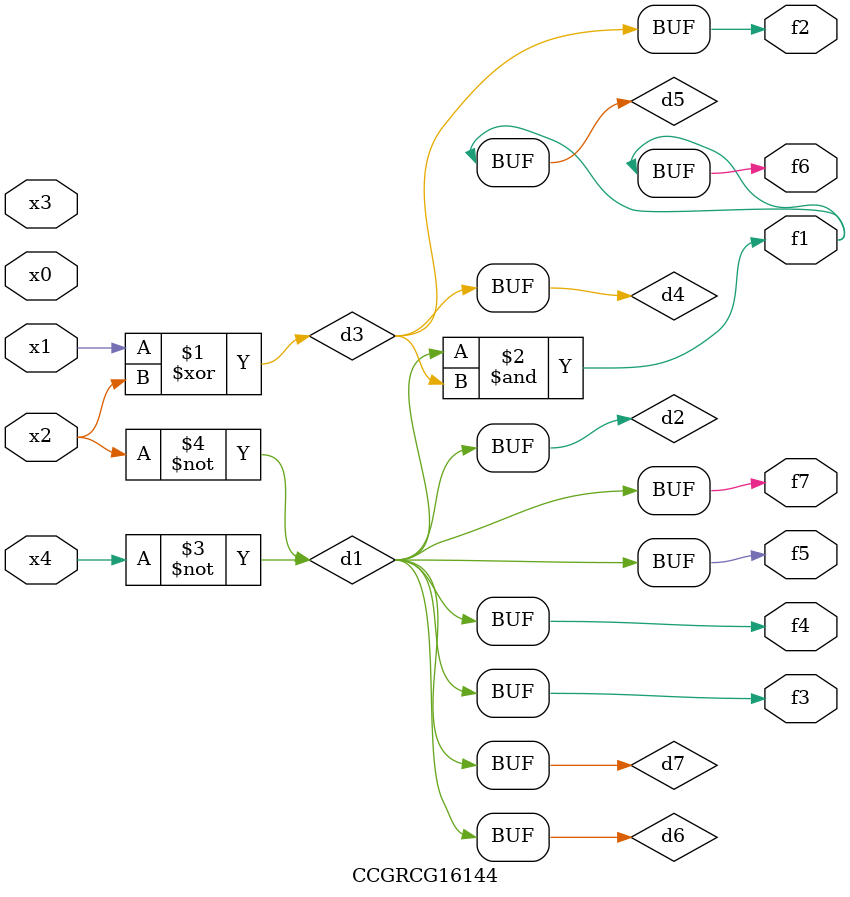
<source format=v>
module CCGRCG16144(
	input x0, x1, x2, x3, x4,
	output f1, f2, f3, f4, f5, f6, f7
);

	wire d1, d2, d3, d4, d5, d6, d7;

	not (d1, x4);
	not (d2, x2);
	xor (d3, x1, x2);
	buf (d4, d3);
	and (d5, d1, d3);
	buf (d6, d1, d2);
	buf (d7, d2);
	assign f1 = d5;
	assign f2 = d4;
	assign f3 = d7;
	assign f4 = d7;
	assign f5 = d7;
	assign f6 = d5;
	assign f7 = d7;
endmodule

</source>
